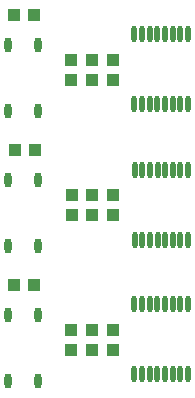
<source format=gtp>
G04*
G04 #@! TF.GenerationSoftware,Altium Limited,Altium Designer,22.6.1 (34)*
G04*
G04 Layer_Color=8421504*
%FSLAX23Y23*%
%MOIN*%
G70*
G04*
G04 #@! TF.SameCoordinates,B6A25038-3202-4191-8880-7B975E66899D*
G04*
G04*
G04 #@! TF.FilePolarity,Positive*
G04*
G01*
G75*
%ADD15O,0.018X0.055*%
%ADD16R,0.039X0.043*%
%ADD17R,0.043X0.039*%
%ADD18O,0.024X0.051*%
D15*
X1520Y1764D02*
D03*
X1546D02*
D03*
X1572D02*
D03*
X1597D02*
D03*
X1623D02*
D03*
X1648D02*
D03*
X1674D02*
D03*
X1700D02*
D03*
X1520Y1996D02*
D03*
X1546D02*
D03*
X1572D02*
D03*
X1597D02*
D03*
X1623D02*
D03*
X1648D02*
D03*
X1674D02*
D03*
X1700D02*
D03*
X1521Y2210D02*
D03*
X1546D02*
D03*
X1572D02*
D03*
X1598D02*
D03*
X1623D02*
D03*
X1649D02*
D03*
X1674D02*
D03*
X1700D02*
D03*
X1521Y2442D02*
D03*
X1546D02*
D03*
X1572D02*
D03*
X1598D02*
D03*
X1623D02*
D03*
X1649D02*
D03*
X1674D02*
D03*
X1700D02*
D03*
X1700Y2896D02*
D03*
X1674D02*
D03*
X1648D02*
D03*
X1623D02*
D03*
X1597D02*
D03*
X1572D02*
D03*
X1546D02*
D03*
X1520D02*
D03*
X1700Y2664D02*
D03*
X1674D02*
D03*
X1648D02*
D03*
X1623D02*
D03*
X1597D02*
D03*
X1572D02*
D03*
X1546D02*
D03*
X1520D02*
D03*
D16*
X1310Y1843D02*
D03*
Y1910D02*
D03*
X1380Y1843D02*
D03*
Y1910D02*
D03*
X1450Y1843D02*
D03*
Y1910D02*
D03*
X1380Y2360D02*
D03*
Y2293D02*
D03*
X1450Y2360D02*
D03*
Y2293D02*
D03*
Y2810D02*
D03*
Y2743D02*
D03*
X1380Y2810D02*
D03*
Y2743D02*
D03*
X1310Y2810D02*
D03*
Y2743D02*
D03*
X1312Y2360D02*
D03*
Y2293D02*
D03*
D17*
X1187Y2060D02*
D03*
X1120D02*
D03*
X1187Y2960D02*
D03*
X1120D02*
D03*
X1123Y2510D02*
D03*
X1190D02*
D03*
D18*
X1100Y1740D02*
D03*
X1200D02*
D03*
X1100Y1960D02*
D03*
X1200D02*
D03*
X1100Y2640D02*
D03*
X1200D02*
D03*
X1100Y2860D02*
D03*
X1200D02*
D03*
Y2410D02*
D03*
X1100D02*
D03*
X1200Y2190D02*
D03*
X1100D02*
D03*
M02*

</source>
